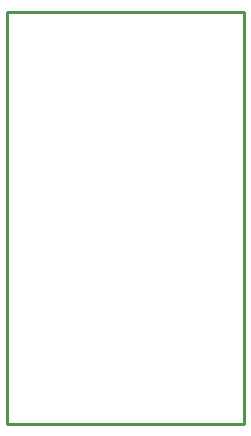
<source format=gbr>
G04 EAGLE Gerber X2 export*
%TF.Part,Single*%
%TF.FileFunction,Profile,NP*%
%TF.FilePolarity,Positive*%
%TF.GenerationSoftware,Autodesk,EAGLE,9.1.3*%
%TF.CreationDate,2018-08-31T23:25:58Z*%
G75*
%MOMM*%
%FSLAX34Y34*%
%LPD*%
%AMOC8*
5,1,8,0,0,1.08239X$1,22.5*%
G01*
%ADD10C,0.254000*%


D10*
X0Y0D02*
X199900Y0D01*
X199900Y349150D01*
X0Y349150D01*
X0Y0D01*
M02*

</source>
